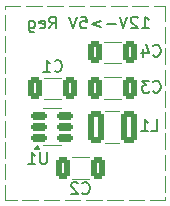
<source format=gbr>
%TF.GenerationSoftware,KiCad,Pcbnew,9.0.1*%
%TF.CreationDate,2025-05-07T10:30:00-04:00*%
%TF.ProjectId,BREAD_Slice_thProto,42524541-445f-4536-9c69-63655f746850,rev?*%
%TF.SameCoordinates,PX74eba40PY8552dc0*%
%TF.FileFunction,Legend,Bot*%
%TF.FilePolarity,Positive*%
%FSLAX46Y46*%
G04 Gerber Fmt 4.6, Leading zero omitted, Abs format (unit mm)*
G04 Created by KiCad (PCBNEW 9.0.1) date 2025-05-07 10:30:00*
%MOMM*%
%LPD*%
G01*
G04 APERTURE LIST*
G04 Aperture macros list*
%AMRoundRect*
0 Rectangle with rounded corners*
0 $1 Rounding radius*
0 $2 $3 $4 $5 $6 $7 $8 $9 X,Y pos of 4 corners*
0 Add a 4 corners polygon primitive as box body*
4,1,4,$2,$3,$4,$5,$6,$7,$8,$9,$2,$3,0*
0 Add four circle primitives for the rounded corners*
1,1,$1+$1,$2,$3*
1,1,$1+$1,$4,$5*
1,1,$1+$1,$6,$7*
1,1,$1+$1,$8,$9*
0 Add four rect primitives between the rounded corners*
20,1,$1+$1,$2,$3,$4,$5,0*
20,1,$1+$1,$4,$5,$6,$7,0*
20,1,$1+$1,$6,$7,$8,$9,0*
20,1,$1+$1,$8,$9,$2,$3,0*%
G04 Aperture macros list end*
%ADD10C,0.120000*%
%ADD11C,0.150000*%
%ADD12C,5.100000*%
%ADD13RoundRect,0.050000X-0.800000X-0.800000X0.800000X-0.800000X0.800000X0.800000X-0.800000X0.800000X0*%
%ADD14O,1.700000X1.700000*%
%ADD15RoundRect,0.050000X-0.850000X-0.850000X0.850000X-0.850000X0.850000X0.850000X-0.850000X0.850000X0*%
%ADD16O,1.800000X1.800000*%
%ADD17RoundRect,0.050000X0.800000X-0.800000X0.800000X0.800000X-0.800000X0.800000X-0.800000X-0.800000X0*%
%ADD18RoundRect,0.050000X0.850000X-0.850000X0.850000X0.850000X-0.850000X0.850000X-0.850000X-0.850000X0*%
%ADD19C,2.160000*%
%ADD20C,1.624000*%
%ADD21RoundRect,0.050000X1.200000X-1.200000X1.200000X1.200000X-1.200000X1.200000X-1.200000X-1.200000X0*%
%ADD22C,2.500000*%
%ADD23RoundRect,0.050000X-0.800000X0.800000X-0.800000X-0.800000X0.800000X-0.800000X0.800000X0.800000X0*%
%ADD24RoundRect,0.271739X0.353261X0.678261X-0.353261X0.678261X-0.353261X-0.678261X0.353261X-0.678261X0*%
%ADD25RoundRect,0.175000X-0.537500X-0.175000X0.537500X-0.175000X0.537500X0.175000X-0.537500X0.175000X0*%
%ADD26RoundRect,0.271739X-0.353261X-0.678261X0.353261X-0.678261X0.353261X0.678261X-0.353261X0.678261X0*%
%ADD27RoundRect,0.270000X-0.405000X-1.105000X0.405000X-1.105000X0.405000X1.105000X-0.405000X1.105000X0*%
G04 APERTURE END LIST*
D10*
X2150000Y27284000D02*
X3470000Y27284000D01*
X3950000Y27284000D02*
X5270000Y27284000D01*
X5750000Y27284000D02*
X7070000Y27284000D01*
X7550000Y27284000D02*
X8870000Y27284000D01*
X9350000Y27284000D02*
X10670000Y27284000D01*
X11150000Y27284000D02*
X12470000Y27284000D01*
X12950000Y27284000D02*
X14270000Y27284000D01*
X14750000Y27284000D02*
X15750000Y27284000D01*
X15750000Y27284000D02*
X15750000Y25964000D01*
X15750000Y25484000D02*
X15750000Y24164000D01*
X15750000Y23684000D02*
X15750000Y22364000D01*
X15750000Y21884000D02*
X15750000Y20564000D01*
X15750000Y20084000D02*
X15750000Y18764000D01*
X15750000Y18284000D02*
X15750000Y16964000D01*
X15750000Y16484000D02*
X15750000Y15164000D01*
X15750000Y14684000D02*
X15750000Y13364000D01*
X15750000Y12884000D02*
X15750000Y11564000D01*
X15750000Y11084000D02*
X15750000Y10816000D01*
X15750000Y10816000D02*
X14430000Y10816000D01*
X13950000Y10816000D02*
X12630000Y10816000D01*
X12150000Y10816000D02*
X10830000Y10816000D01*
X10350000Y10816000D02*
X9030000Y10816000D01*
X8550000Y10816000D02*
X7230000Y10816000D01*
X6750000Y10816000D02*
X5430000Y10816000D01*
X4950000Y10816000D02*
X3630000Y10816000D01*
X3150000Y10816000D02*
X2150000Y10816000D01*
X2150000Y10816000D02*
X2150000Y12136000D01*
X2150000Y12616000D02*
X2150000Y13936000D01*
X2150000Y14416000D02*
X2150000Y15736000D01*
X2150000Y16216000D02*
X2150000Y17536000D01*
X2150000Y18016000D02*
X2150000Y19336000D01*
X2150000Y19816000D02*
X2150000Y21136000D01*
X2150000Y21616000D02*
X2150000Y22936000D01*
X2150000Y23416000D02*
X2150000Y24736000D01*
X2150000Y25216000D02*
X2150000Y26536000D01*
X2150000Y27016000D02*
X2150000Y27284000D01*
D11*
X13773809Y25375181D02*
X14345237Y25375181D01*
X14059523Y25375181D02*
X14059523Y26375181D01*
X14059523Y26375181D02*
X14154761Y26232324D01*
X14154761Y26232324D02*
X14249999Y26137086D01*
X14249999Y26137086D02*
X14345237Y26089467D01*
X13392856Y26279943D02*
X13345237Y26327562D01*
X13345237Y26327562D02*
X13249999Y26375181D01*
X13249999Y26375181D02*
X13011904Y26375181D01*
X13011904Y26375181D02*
X12916666Y26327562D01*
X12916666Y26327562D02*
X12869047Y26279943D01*
X12869047Y26279943D02*
X12821428Y26184705D01*
X12821428Y26184705D02*
X12821428Y26089467D01*
X12821428Y26089467D02*
X12869047Y25946610D01*
X12869047Y25946610D02*
X13440475Y25375181D01*
X13440475Y25375181D02*
X12821428Y25375181D01*
X12535713Y26375181D02*
X12202380Y25375181D01*
X12202380Y25375181D02*
X11869047Y26375181D01*
X11535713Y25756134D02*
X10773809Y25756134D01*
X10297618Y26041848D02*
X9535714Y25756134D01*
X9535714Y25756134D02*
X10297618Y25470420D01*
X8583333Y26375181D02*
X9059523Y26375181D01*
X9059523Y26375181D02*
X9107142Y25898991D01*
X9107142Y25898991D02*
X9059523Y25946610D01*
X9059523Y25946610D02*
X8964285Y25994229D01*
X8964285Y25994229D02*
X8726190Y25994229D01*
X8726190Y25994229D02*
X8630952Y25946610D01*
X8630952Y25946610D02*
X8583333Y25898991D01*
X8583333Y25898991D02*
X8535714Y25803753D01*
X8535714Y25803753D02*
X8535714Y25565658D01*
X8535714Y25565658D02*
X8583333Y25470420D01*
X8583333Y25470420D02*
X8630952Y25422800D01*
X8630952Y25422800D02*
X8726190Y25375181D01*
X8726190Y25375181D02*
X8964285Y25375181D01*
X8964285Y25375181D02*
X9059523Y25422800D01*
X9059523Y25422800D02*
X9107142Y25470420D01*
X8249999Y26375181D02*
X7916666Y25375181D01*
X7916666Y25375181D02*
X7583333Y26375181D01*
X5916666Y25375181D02*
X6249999Y25851372D01*
X6488094Y25375181D02*
X6488094Y26375181D01*
X6488094Y26375181D02*
X6107142Y26375181D01*
X6107142Y26375181D02*
X6011904Y26327562D01*
X6011904Y26327562D02*
X5964285Y26279943D01*
X5964285Y26279943D02*
X5916666Y26184705D01*
X5916666Y26184705D02*
X5916666Y26041848D01*
X5916666Y26041848D02*
X5964285Y25946610D01*
X5964285Y25946610D02*
X6011904Y25898991D01*
X6011904Y25898991D02*
X6107142Y25851372D01*
X6107142Y25851372D02*
X6488094Y25851372D01*
X5107142Y25422800D02*
X5202380Y25375181D01*
X5202380Y25375181D02*
X5392856Y25375181D01*
X5392856Y25375181D02*
X5488094Y25422800D01*
X5488094Y25422800D02*
X5535713Y25518039D01*
X5535713Y25518039D02*
X5535713Y25898991D01*
X5535713Y25898991D02*
X5488094Y25994229D01*
X5488094Y25994229D02*
X5392856Y26041848D01*
X5392856Y26041848D02*
X5202380Y26041848D01*
X5202380Y26041848D02*
X5107142Y25994229D01*
X5107142Y25994229D02*
X5059523Y25898991D01*
X5059523Y25898991D02*
X5059523Y25803753D01*
X5059523Y25803753D02*
X5535713Y25708515D01*
X4202380Y26041848D02*
X4202380Y25232324D01*
X4202380Y25232324D02*
X4249999Y25137086D01*
X4249999Y25137086D02*
X4297618Y25089467D01*
X4297618Y25089467D02*
X4392856Y25041848D01*
X4392856Y25041848D02*
X4535713Y25041848D01*
X4535713Y25041848D02*
X4630951Y25089467D01*
X4202380Y25422800D02*
X4297618Y25375181D01*
X4297618Y25375181D02*
X4488094Y25375181D01*
X4488094Y25375181D02*
X4583332Y25422800D01*
X4583332Y25422800D02*
X4630951Y25470420D01*
X4630951Y25470420D02*
X4678570Y25565658D01*
X4678570Y25565658D02*
X4678570Y25851372D01*
X4678570Y25851372D02*
X4630951Y25946610D01*
X4630951Y25946610D02*
X4583332Y25994229D01*
X4583332Y25994229D02*
X4488094Y26041848D01*
X4488094Y26041848D02*
X4297618Y26041848D01*
X4297618Y26041848D02*
X4202380Y25994229D01*
X6366666Y21790420D02*
X6414285Y21742800D01*
X6414285Y21742800D02*
X6557142Y21695181D01*
X6557142Y21695181D02*
X6652380Y21695181D01*
X6652380Y21695181D02*
X6795237Y21742800D01*
X6795237Y21742800D02*
X6890475Y21838039D01*
X6890475Y21838039D02*
X6938094Y21933277D01*
X6938094Y21933277D02*
X6985713Y22123753D01*
X6985713Y22123753D02*
X6985713Y22266610D01*
X6985713Y22266610D02*
X6938094Y22457086D01*
X6938094Y22457086D02*
X6890475Y22552324D01*
X6890475Y22552324D02*
X6795237Y22647562D01*
X6795237Y22647562D02*
X6652380Y22695181D01*
X6652380Y22695181D02*
X6557142Y22695181D01*
X6557142Y22695181D02*
X6414285Y22647562D01*
X6414285Y22647562D02*
X6366666Y22599943D01*
X5414285Y21695181D02*
X5985713Y21695181D01*
X5699999Y21695181D02*
X5699999Y22695181D01*
X5699999Y22695181D02*
X5795237Y22552324D01*
X5795237Y22552324D02*
X5890475Y22457086D01*
X5890475Y22457086D02*
X5985713Y22409467D01*
X5711904Y14895181D02*
X5711904Y14085658D01*
X5711904Y14085658D02*
X5664285Y13990420D01*
X5664285Y13990420D02*
X5616666Y13942800D01*
X5616666Y13942800D02*
X5521428Y13895181D01*
X5521428Y13895181D02*
X5330952Y13895181D01*
X5330952Y13895181D02*
X5235714Y13942800D01*
X5235714Y13942800D02*
X5188095Y13990420D01*
X5188095Y13990420D02*
X5140476Y14085658D01*
X5140476Y14085658D02*
X5140476Y14895181D01*
X4140476Y13895181D02*
X4711904Y13895181D01*
X4426190Y13895181D02*
X4426190Y14895181D01*
X4426190Y14895181D02*
X4521428Y14752324D01*
X4521428Y14752324D02*
X4616666Y14657086D01*
X4616666Y14657086D02*
X4711904Y14609467D01*
X8716666Y11440420D02*
X8764285Y11392800D01*
X8764285Y11392800D02*
X8907142Y11345181D01*
X8907142Y11345181D02*
X9002380Y11345181D01*
X9002380Y11345181D02*
X9145237Y11392800D01*
X9145237Y11392800D02*
X9240475Y11488039D01*
X9240475Y11488039D02*
X9288094Y11583277D01*
X9288094Y11583277D02*
X9335713Y11773753D01*
X9335713Y11773753D02*
X9335713Y11916610D01*
X9335713Y11916610D02*
X9288094Y12107086D01*
X9288094Y12107086D02*
X9240475Y12202324D01*
X9240475Y12202324D02*
X9145237Y12297562D01*
X9145237Y12297562D02*
X9002380Y12345181D01*
X9002380Y12345181D02*
X8907142Y12345181D01*
X8907142Y12345181D02*
X8764285Y12297562D01*
X8764285Y12297562D02*
X8716666Y12249943D01*
X8335713Y12249943D02*
X8288094Y12297562D01*
X8288094Y12297562D02*
X8192856Y12345181D01*
X8192856Y12345181D02*
X7954761Y12345181D01*
X7954761Y12345181D02*
X7859523Y12297562D01*
X7859523Y12297562D02*
X7811904Y12249943D01*
X7811904Y12249943D02*
X7764285Y12154705D01*
X7764285Y12154705D02*
X7764285Y12059467D01*
X7764285Y12059467D02*
X7811904Y11916610D01*
X7811904Y11916610D02*
X8383332Y11345181D01*
X8383332Y11345181D02*
X7764285Y11345181D01*
X14716666Y20040420D02*
X14764285Y19992800D01*
X14764285Y19992800D02*
X14907142Y19945181D01*
X14907142Y19945181D02*
X15002380Y19945181D01*
X15002380Y19945181D02*
X15145237Y19992800D01*
X15145237Y19992800D02*
X15240475Y20088039D01*
X15240475Y20088039D02*
X15288094Y20183277D01*
X15288094Y20183277D02*
X15335713Y20373753D01*
X15335713Y20373753D02*
X15335713Y20516610D01*
X15335713Y20516610D02*
X15288094Y20707086D01*
X15288094Y20707086D02*
X15240475Y20802324D01*
X15240475Y20802324D02*
X15145237Y20897562D01*
X15145237Y20897562D02*
X15002380Y20945181D01*
X15002380Y20945181D02*
X14907142Y20945181D01*
X14907142Y20945181D02*
X14764285Y20897562D01*
X14764285Y20897562D02*
X14716666Y20849943D01*
X14383332Y20945181D02*
X13764285Y20945181D01*
X13764285Y20945181D02*
X14097618Y20564229D01*
X14097618Y20564229D02*
X13954761Y20564229D01*
X13954761Y20564229D02*
X13859523Y20516610D01*
X13859523Y20516610D02*
X13811904Y20468991D01*
X13811904Y20468991D02*
X13764285Y20373753D01*
X13764285Y20373753D02*
X13764285Y20135658D01*
X13764285Y20135658D02*
X13811904Y20040420D01*
X13811904Y20040420D02*
X13859523Y19992800D01*
X13859523Y19992800D02*
X13954761Y19945181D01*
X13954761Y19945181D02*
X14240475Y19945181D01*
X14240475Y19945181D02*
X14335713Y19992800D01*
X14335713Y19992800D02*
X14383332Y20040420D01*
X14716666Y23090420D02*
X14764285Y23042800D01*
X14764285Y23042800D02*
X14907142Y22995181D01*
X14907142Y22995181D02*
X15002380Y22995181D01*
X15002380Y22995181D02*
X15145237Y23042800D01*
X15145237Y23042800D02*
X15240475Y23138039D01*
X15240475Y23138039D02*
X15288094Y23233277D01*
X15288094Y23233277D02*
X15335713Y23423753D01*
X15335713Y23423753D02*
X15335713Y23566610D01*
X15335713Y23566610D02*
X15288094Y23757086D01*
X15288094Y23757086D02*
X15240475Y23852324D01*
X15240475Y23852324D02*
X15145237Y23947562D01*
X15145237Y23947562D02*
X15002380Y23995181D01*
X15002380Y23995181D02*
X14907142Y23995181D01*
X14907142Y23995181D02*
X14764285Y23947562D01*
X14764285Y23947562D02*
X14716666Y23899943D01*
X13859523Y23661848D02*
X13859523Y22995181D01*
X14097618Y24042800D02*
X14335713Y23328515D01*
X14335713Y23328515D02*
X13716666Y23328515D01*
X14566666Y16695181D02*
X15042856Y16695181D01*
X15042856Y16695181D02*
X15042856Y17695181D01*
X13709523Y16695181D02*
X14280951Y16695181D01*
X13995237Y16695181D02*
X13995237Y17695181D01*
X13995237Y17695181D02*
X14090475Y17552324D01*
X14090475Y17552324D02*
X14185713Y17457086D01*
X14185713Y17457086D02*
X14280951Y17409467D01*
D10*
%TO.C,C1*%
X5488748Y21210000D02*
X6911252Y21210000D01*
X5488748Y19390000D02*
X6911252Y19390000D01*
%TO.C,U1*%
X5350000Y18605000D02*
X6150000Y18605000D01*
X5350000Y15485000D02*
X6150000Y15485000D01*
X6950000Y18605000D02*
X6150000Y18605000D01*
X6950000Y15485000D02*
X6150000Y15485000D01*
X5090000Y15205000D02*
X4610000Y15205000D01*
X4850000Y15535000D01*
X5090000Y15205000D01*
G36*
X5090000Y15205000D02*
G01*
X4610000Y15205000D01*
X4850000Y15535000D01*
X5090000Y15205000D01*
G37*
%TO.C,C2*%
X7838748Y14455000D02*
X9261252Y14455000D01*
X7838748Y12635000D02*
X9261252Y12635000D01*
%TO.C,C3*%
X11961252Y21255000D02*
X10538748Y21255000D01*
X11961252Y19435000D02*
X10538748Y19435000D01*
%TO.C,C4*%
X11961252Y24255000D02*
X10538748Y24255000D01*
X11961252Y22435000D02*
X10538748Y22435000D01*
%TO.C,L1*%
X11852064Y18405000D02*
X10647936Y18405000D01*
X11852064Y15685000D02*
X10647936Y15685000D01*
%TD*%
%LPC*%
D12*
%TO.C,H1*%
X5000000Y95000000D03*
%TD*%
%TO.C,H3*%
X65000000Y95000000D03*
%TD*%
%TO.C,H2*%
X5000000Y5000000D03*
%TD*%
%TO.C,H4*%
X65000000Y5000000D03*
%TD*%
D13*
%TO.C,A1*%
X20010000Y42360000D03*
D14*
X20010000Y39820000D03*
X20010000Y34740000D03*
X20010000Y32200000D03*
X20010000Y29660000D03*
X20010000Y27120000D03*
X20010000Y24580000D03*
X20010000Y22040000D03*
X20010000Y19500000D03*
X20010000Y16960000D03*
X20010000Y14420000D03*
X20010000Y11880000D03*
X20010000Y9340000D03*
X20010000Y6800000D03*
X35250000Y6800000D03*
X35250000Y9340000D03*
X35250000Y11880000D03*
X35250000Y14420000D03*
X35250000Y16960000D03*
X35250000Y19500000D03*
X35250000Y22040000D03*
X35250000Y24580000D03*
X35250000Y27120000D03*
X35250000Y29660000D03*
X35250000Y32200000D03*
X35250000Y34740000D03*
X35250000Y37280000D03*
X35250000Y39820000D03*
X35250000Y42360000D03*
%TD*%
D15*
%TO.C,J1*%
X3600000Y61450000D03*
D16*
X3600000Y58910000D03*
X3600000Y56370000D03*
X3600000Y53830000D03*
X3600000Y51290000D03*
X3600000Y48750000D03*
X3600000Y46210000D03*
X3600000Y43670000D03*
X3600000Y41130000D03*
X3600000Y38590000D03*
%TD*%
D17*
%TO.C,*%
X36310000Y52935000D03*
X36310000Y58015000D03*
%TD*%
D15*
%TO.C,REF\u002A\u002A*%
X38925000Y45100000D03*
D16*
X38925000Y42560000D03*
X38925000Y40020000D03*
%TD*%
D17*
%TO.C,*%
X33770000Y52935000D03*
X33770000Y58015000D03*
%TD*%
D15*
%TO.C,REF\u002A\u002A*%
X38975000Y31990000D03*
D16*
X38975000Y29450000D03*
X38975000Y26910000D03*
X38975000Y24370000D03*
X38975000Y21830000D03*
X38975000Y19290000D03*
%TD*%
D18*
%TO.C,REF\u002A\u002A*%
X28765000Y48700000D03*
D16*
X31305000Y48700000D03*
X33845000Y48700000D03*
X36385000Y48700000D03*
X38925000Y48700000D03*
%TD*%
D19*
%TO.C,*%
X14373516Y48361797D03*
X17516606Y47912784D03*
X17067593Y51055874D03*
X10781414Y57342053D03*
X7638324Y57791066D03*
X8087337Y54647976D03*
%TD*%
D20*
%TO.C,REF\u002A\u002A*%
X56855000Y77675000D03*
X56845000Y64745000D03*
X56855000Y75135000D03*
X56845000Y62205000D03*
X56855000Y72595000D03*
X54305000Y64745000D03*
X56855000Y70055000D03*
X54305000Y62205000D03*
X56855000Y67515000D03*
X51765000Y64745000D03*
X54315000Y77675000D03*
X51765000Y62205000D03*
X54315000Y75135000D03*
X49225000Y64745000D03*
X54315000Y72595000D03*
X49225000Y62205000D03*
X54315000Y70055000D03*
X46685000Y64745000D03*
X54315000Y67515000D03*
X46685000Y62205000D03*
X51775000Y77675000D03*
X44145000Y64745000D03*
X51775000Y75135000D03*
X44145000Y62205000D03*
X51775000Y72595000D03*
X41605000Y64745000D03*
X51775000Y70055000D03*
X41605000Y62205000D03*
X51775000Y67515000D03*
X39065000Y64745000D03*
X49235000Y77675000D03*
X39065000Y62205000D03*
X49235000Y75135000D03*
X36525000Y64745000D03*
X49235000Y72595000D03*
X36525000Y62205000D03*
X49235000Y70055000D03*
X33985000Y64745000D03*
X49235000Y67515000D03*
X33985000Y62205000D03*
X46695000Y77675000D03*
X31445000Y64745000D03*
X46695000Y75135000D03*
X31445000Y62205000D03*
X46695000Y72595000D03*
X28905000Y64745000D03*
X46695000Y70055000D03*
X28905000Y62205000D03*
X46695000Y67515000D03*
X26365000Y64745000D03*
X44155000Y77675000D03*
X26365000Y62205000D03*
X44155000Y75135000D03*
X23825000Y64745000D03*
X44155000Y72595000D03*
X23825000Y62205000D03*
X44155000Y70055000D03*
X21285000Y64745000D03*
X44155000Y67515000D03*
X21285000Y62205000D03*
X41615000Y77675000D03*
X18745000Y64745000D03*
X41615000Y75135000D03*
X18745000Y62205000D03*
X41615000Y72595000D03*
X16205000Y64745000D03*
X41615000Y70055000D03*
X16205000Y62205000D03*
X41615000Y67515000D03*
X13665000Y64745000D03*
X39075000Y77675000D03*
X13665000Y62205000D03*
X39075000Y75135000D03*
X39075000Y72595000D03*
X39075000Y70055000D03*
X39075000Y67515000D03*
X36535000Y77675000D03*
X36535000Y75135000D03*
X36535000Y72595000D03*
X36535000Y70055000D03*
X36535000Y67515000D03*
X33995000Y77675000D03*
X33995000Y75135000D03*
X33995000Y72595000D03*
X33995000Y70055000D03*
X33995000Y67515000D03*
X31455000Y77675000D03*
X31455000Y75135000D03*
X31455000Y72595000D03*
X31455000Y70055000D03*
X31455000Y67515000D03*
X28915000Y77675000D03*
X28915000Y75135000D03*
X28915000Y72595000D03*
X28915000Y70055000D03*
X28915000Y67515000D03*
X26375000Y77675000D03*
X26375000Y75135000D03*
X26375000Y72595000D03*
X26375000Y70055000D03*
X26375000Y67515000D03*
X23835000Y77675000D03*
X23835000Y75135000D03*
X23835000Y72595000D03*
X23835000Y70055000D03*
X23835000Y67515000D03*
X21295000Y77675000D03*
X21295000Y75135000D03*
X21295000Y72595000D03*
X21295000Y70055000D03*
X21295000Y67515000D03*
X18755000Y77675000D03*
X18755000Y75135000D03*
X18755000Y72595000D03*
X18755000Y70055000D03*
X18755000Y67515000D03*
X16215000Y77675000D03*
X16215000Y75135000D03*
X16215000Y72595000D03*
X16215000Y70055000D03*
X16215000Y67515000D03*
X13675000Y77675000D03*
X13675000Y75135000D03*
X13675000Y72595000D03*
X13675000Y70055000D03*
X13675000Y67515000D03*
%TD*%
D19*
%TO.C,*%
X21389680Y48366243D03*
X24532770Y47917230D03*
X24083757Y51060320D03*
X17797578Y57346499D03*
X14654488Y57795512D03*
X15103501Y54652422D03*
%TD*%
D21*
%TO.C,REF\u002A\u002A*%
X65675000Y18025000D03*
D22*
X65675000Y21525000D03*
X65675000Y25025000D03*
X65675000Y28525000D03*
X65675000Y32025000D03*
X65675000Y35525000D03*
X65675000Y39025000D03*
X65675000Y42525000D03*
X65675000Y46025000D03*
X65675000Y49525000D03*
X65675000Y53025000D03*
X65675000Y56525000D03*
%TD*%
D20*
%TO.C,REF\u002A\u002A*%
X13630000Y82736000D03*
X13640000Y95666000D03*
X13630000Y85276000D03*
X13640000Y98206000D03*
X13630000Y87816000D03*
X16180000Y95666000D03*
X13630000Y90356000D03*
X16180000Y98206000D03*
X13630000Y92896000D03*
X18720000Y95666000D03*
X16170000Y82736000D03*
X18720000Y98206000D03*
X16170000Y85276000D03*
X21260000Y95666000D03*
X16170000Y87816000D03*
X21260000Y98206000D03*
X16170000Y90356000D03*
X23800000Y95666000D03*
X16170000Y92896000D03*
X23800000Y98206000D03*
X18710000Y82736000D03*
X26340000Y95666000D03*
X18710000Y85276000D03*
X26340000Y98206000D03*
X18710000Y87816000D03*
X28880000Y95666000D03*
X18710000Y90356000D03*
X28880000Y98206000D03*
X18710000Y92896000D03*
X31420000Y95666000D03*
X21250000Y82736000D03*
X31420000Y98206000D03*
X21250000Y85276000D03*
X33960000Y95666000D03*
X21250000Y87816000D03*
X33960000Y98206000D03*
X21250000Y90356000D03*
X36500000Y95666000D03*
X21250000Y92896000D03*
X36500000Y98206000D03*
X23790000Y82736000D03*
X39040000Y95666000D03*
X23790000Y85276000D03*
X39040000Y98206000D03*
X23790000Y87816000D03*
X41580000Y95666000D03*
X23790000Y90356000D03*
X41580000Y98206000D03*
X23790000Y92896000D03*
X44120000Y95666000D03*
X26330000Y82736000D03*
X44120000Y98206000D03*
X26330000Y85276000D03*
X46660000Y95666000D03*
X26330000Y87816000D03*
X46660000Y98206000D03*
X26330000Y90356000D03*
X49200000Y95666000D03*
X26330000Y92896000D03*
X49200000Y98206000D03*
X28870000Y82736000D03*
X51740000Y95666000D03*
X28870000Y85276000D03*
X51740000Y98206000D03*
X28870000Y87816000D03*
X54280000Y95666000D03*
X28870000Y90356000D03*
X54280000Y98206000D03*
X28870000Y92896000D03*
X56820000Y95666000D03*
X31410000Y82736000D03*
X56820000Y98206000D03*
X31410000Y85276000D03*
X31410000Y87816000D03*
X31410000Y90356000D03*
X31410000Y92896000D03*
X33950000Y82736000D03*
X33950000Y85276000D03*
X33950000Y87816000D03*
X33950000Y90356000D03*
X33950000Y92896000D03*
X36490000Y82736000D03*
X36490000Y85276000D03*
X36490000Y87816000D03*
X36490000Y90356000D03*
X36490000Y92896000D03*
X39030000Y82736000D03*
X39030000Y85276000D03*
X39030000Y87816000D03*
X39030000Y90356000D03*
X39030000Y92896000D03*
X41570000Y82736000D03*
X41570000Y85276000D03*
X41570000Y87816000D03*
X41570000Y90356000D03*
X41570000Y92896000D03*
X44110000Y82736000D03*
X44110000Y85276000D03*
X44110000Y87816000D03*
X44110000Y90356000D03*
X44110000Y92896000D03*
X46650000Y82736000D03*
X46650000Y85276000D03*
X46650000Y87816000D03*
X46650000Y90356000D03*
X46650000Y92896000D03*
X49190000Y82736000D03*
X49190000Y85276000D03*
X49190000Y87816000D03*
X49190000Y90356000D03*
X49190000Y92896000D03*
X51730000Y82736000D03*
X51730000Y85276000D03*
X51730000Y87816000D03*
X51730000Y90356000D03*
X51730000Y92896000D03*
X54270000Y82736000D03*
X54270000Y85276000D03*
X54270000Y87816000D03*
X54270000Y90356000D03*
X54270000Y92896000D03*
X56810000Y82736000D03*
X56810000Y85276000D03*
X56810000Y87816000D03*
X56810000Y90356000D03*
X56810000Y92896000D03*
%TD*%
D21*
%TO.C,REF\u002A\u002A*%
X65700000Y62050000D03*
D22*
X65700000Y65550000D03*
X65700000Y69050000D03*
X65700000Y72550000D03*
X65700000Y76050000D03*
X65700000Y79550000D03*
X65700000Y83050000D03*
X65700000Y86550000D03*
%TD*%
D23*
%TO.C,*%
X31230000Y58015000D03*
X31230000Y52935000D03*
%TD*%
D17*
%TO.C,*%
X38850000Y52935000D03*
X38850000Y58015000D03*
%TD*%
%TO.C,*%
X28690000Y52935000D03*
X28690000Y58015000D03*
%TD*%
D20*
%TO.C,REF\u002A\u002A*%
X47940000Y57235000D03*
X50480000Y57235000D03*
X53020000Y57235000D03*
X55560000Y57235000D03*
X58100000Y57235000D03*
X47940000Y54695000D03*
X50480000Y54695000D03*
X53020000Y54695000D03*
X55560000Y54695000D03*
X58100000Y54695000D03*
X47940000Y52155000D03*
X50480000Y52155000D03*
X53020000Y52155000D03*
X55560000Y52155000D03*
X58100000Y52155000D03*
X47940000Y49615000D03*
X50480000Y49615000D03*
X53020000Y49615000D03*
X55560000Y49615000D03*
X58100000Y49615000D03*
X47940000Y47075000D03*
X50480000Y47075000D03*
X53020000Y47075000D03*
X55560000Y47075000D03*
X58100000Y47075000D03*
X47940000Y44535000D03*
X50480000Y44535000D03*
X53020000Y44535000D03*
X55560000Y44535000D03*
X58100000Y44535000D03*
X47940000Y41995000D03*
X50480000Y41995000D03*
X53020000Y41995000D03*
X55560000Y41995000D03*
X58100000Y41995000D03*
X47940000Y39455000D03*
X50480000Y39455000D03*
X53020000Y39455000D03*
X55560000Y39455000D03*
X58100000Y39455000D03*
X47940000Y36915000D03*
X50480000Y36915000D03*
X53020000Y36915000D03*
X55560000Y36915000D03*
X58100000Y36915000D03*
X47940000Y34375000D03*
X50480000Y34375000D03*
X53020000Y34375000D03*
X55560000Y34375000D03*
X58100000Y34375000D03*
X47940000Y31835000D03*
X50480000Y31835000D03*
X53020000Y31835000D03*
X55560000Y31835000D03*
X58100000Y31835000D03*
X47940000Y29295000D03*
X50480000Y29295000D03*
X53020000Y29295000D03*
X55560000Y29295000D03*
X58100000Y29295000D03*
X47940000Y26755000D03*
X50480000Y26755000D03*
X53020000Y26755000D03*
X55560000Y26755000D03*
X58100000Y26755000D03*
X47940000Y24215000D03*
X50480000Y24215000D03*
X53020000Y24215000D03*
X55560000Y24215000D03*
X58100000Y24215000D03*
X47940000Y21675000D03*
X50480000Y21675000D03*
X53020000Y21675000D03*
X55560000Y21675000D03*
X58100000Y21675000D03*
X47940000Y19135000D03*
X50480000Y19135000D03*
X53020000Y19135000D03*
X55560000Y19135000D03*
X58100000Y19135000D03*
X47940000Y16595000D03*
X50480000Y16595000D03*
X53020000Y16595000D03*
X55560000Y16595000D03*
X58100000Y16595000D03*
X47940000Y14055000D03*
X50480000Y14055000D03*
X53020000Y14055000D03*
X55560000Y14055000D03*
X58100000Y14055000D03*
X47940000Y11515000D03*
X50480000Y11515000D03*
X53020000Y11515000D03*
X55560000Y11515000D03*
X58100000Y11515000D03*
X47940000Y8975000D03*
X50480000Y8975000D03*
X53020000Y8975000D03*
X55560000Y8975000D03*
X58100000Y8975000D03*
%TD*%
D15*
%TO.C,REF\u002A\u002A*%
X43725000Y31925000D03*
D16*
X43725000Y29385000D03*
X43725000Y26845000D03*
X43725000Y24305000D03*
X43725000Y21765000D03*
X43725000Y19225000D03*
%TD*%
D24*
%TO.C,C1*%
X7675000Y20300000D03*
X4725000Y20300000D03*
%TD*%
D25*
%TO.C,U1*%
X5012500Y16095000D03*
X5012500Y17045000D03*
X5012500Y17995000D03*
X7287500Y17995000D03*
X7287500Y17045000D03*
X7287500Y16095000D03*
%TD*%
D24*
%TO.C,C2*%
X10025000Y13545000D03*
X7075000Y13545000D03*
%TD*%
D26*
%TO.C,C3*%
X9775000Y20345000D03*
X12725000Y20345000D03*
%TD*%
%TO.C,C4*%
X9775000Y23345000D03*
X12725000Y23345000D03*
%TD*%
D27*
%TO.C,L1*%
X9850000Y17045000D03*
X12650000Y17045000D03*
%TD*%
%LPD*%
M02*

</source>
